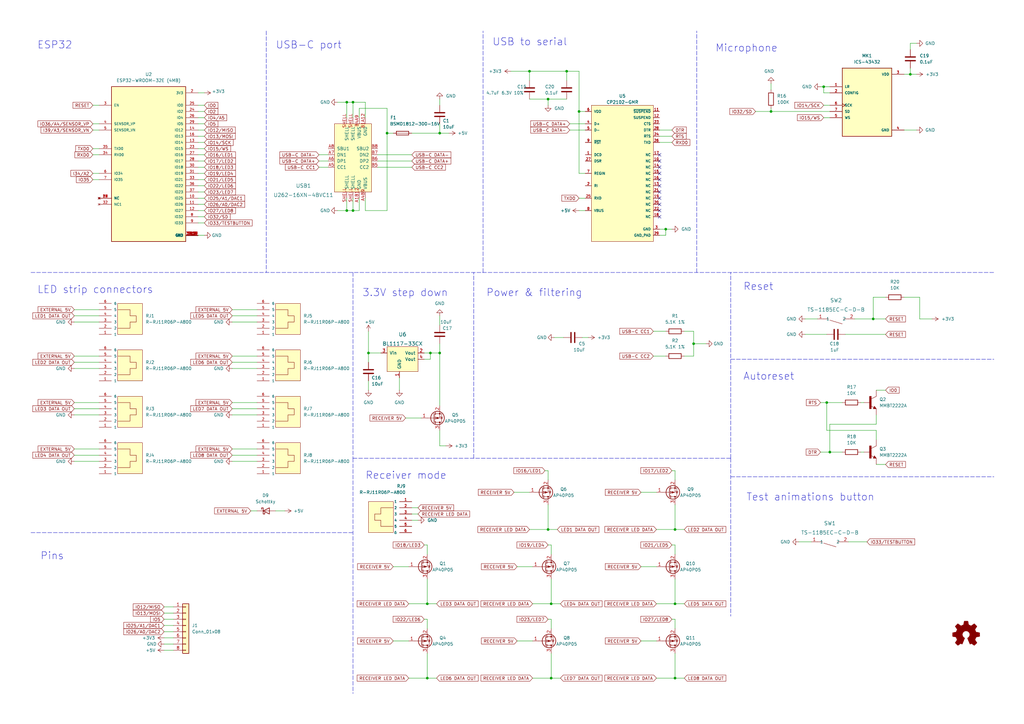
<source format=kicad_sch>
(kicad_sch (version 20211123) (generator eeschema)
  (paper "A3")
  (title_block (title "GlowCore") (company "designed by glowingkitty"))
  (junction (at 180.34 54.61))
  (junction (at 144.78 41.91))
  (junction (at 217.17 29.21))
  (junction (at 180.34 144.78))
  (junction (at 142.24 86.36))
  (junction (at 175.26 278.13))
  (junction (at 144.78 86.36))
  (junction (at 276.86 247.65))
  (junction (at 226.06 247.65))
  (junction (at 358.14 130.81))
  (junction (at 142.24 41.91))
  (junction (at 237.49 45.72))
  (junction (at 276.86 278.13))
  (junction (at 316.23 45.72))
  (junction (at 339.09 165.1))
  (junction (at 340.36 185.42))
  (junction (at 232.41 29.21))
  (junction (at 151.13 144.78))
  (junction (at 276.86 217.17))
  (junction (at 373.38 30.48))
  (junction (at 284.48 140.97))
  (junction (at 175.26 247.65))
  (junction (at 176.53 144.78))
  (junction (at 224.79 40.64))
  (junction (at 158.75 54.61))
  (junction (at 273.05 93.98))
  (junction (at 337.82 35.56))
  (junction (at 224.79 217.17))
  (junction (at 226.06 278.13))
  (no_connect (at 270.51 78.74))
  (no_connect (at 270.51 68.58))
  (no_connect (at 270.51 66.04))
  (no_connect (at 270.51 73.66))
  (no_connect (at 270.51 81.28))
  (no_connect (at 270.51 88.9))
  (no_connect (at 270.51 83.82))
  (no_connect (at 270.51 86.36))
  (no_connect (at 270.51 71.12))
  (no_connect (at 270.51 76.2))
  (no_connect (at 270.51 63.5))
  (wire (pts (xy 151.13 156.21) (xy 151.13 160.02)))
  (wire (pts (xy 316.23 45.72) (xy 340.36 45.72)))
  (wire (pts (xy 237.49 86.36) (xy 240.03 86.36)))
  (wire (pts (xy 336.55 185.42) (xy 340.36 185.42)))
  (wire (pts (xy 175.26 247.65) (xy 179.07 247.65)))
  (wire (pts (xy 275.59 223.52) (xy 276.86 223.52)))
  (wire (pts (xy 173.99 223.52) (xy 175.26 223.52)))
  (wire (pts (xy 370.84 121.92) (xy 377.19 121.92)))
  (wire (pts (xy 83.82 60.96) (xy 81.28 60.96)))
  (wire (pts (xy 30.48 132.08) (xy 40.64 132.08)))
  (wire (pts (xy 83.82 55.88) (xy 81.28 55.88)))
  (wire (pts (xy 163.83 154.94) (xy 163.83 160.02)))
  (wire (pts (xy 180.34 144.78) (xy 180.34 140.97)))
  (wire (pts (xy 226.06 247.65) (xy 229.87 247.65)))
  (wire (pts (xy 142.24 41.91) (xy 142.24 48.26)))
  (wire (pts (xy 180.34 182.88) (xy 182.88 182.88)))
  (wire (pts (xy 359.41 180.34) (xy 359.41 176.53)))
  (wire (pts (xy 309.88 45.72) (xy 316.23 45.72)))
  (wire (pts (xy 95.25 151.13) (xy 105.41 151.13)))
  (wire (pts (xy 83.82 86.36) (xy 81.28 86.36)))
  (wire (pts (xy 154.94 66.04) (xy 168.91 66.04)))
  (wire (pts (xy 270.51 93.98) (xy 273.05 93.98)))
  (wire (pts (xy 83.82 73.66) (xy 81.28 73.66)))
  (wire (pts (xy 276.86 223.52) (xy 276.86 227.33)))
  (wire (pts (xy 337.82 43.18) (xy 340.36 43.18)))
  (polyline (pts (xy 285.75 111.76) (xy 285.75 12.7)))
  (wire (pts (xy 38.1 73.66) (xy 40.64 73.66)))
  (wire (pts (xy 353.06 185.42) (xy 354.33 185.42)))
  (polyline (pts (xy 144.78 187.96) (xy 144.78 284.48)))
  (wire (pts (xy 154.94 63.5) (xy 168.91 63.5)))
  (wire (pts (xy 83.82 38.1) (xy 81.28 38.1)))
  (wire (pts (xy 154.94 68.58) (xy 168.91 68.58)))
  (wire (pts (xy 151.13 148.59) (xy 151.13 144.78)))
  (wire (pts (xy 175.26 267.97) (xy 175.26 278.13)))
  (wire (pts (xy 327.66 222.25) (xy 332.74 222.25)))
  (wire (pts (xy 138.43 41.91) (xy 142.24 41.91)))
  (wire (pts (xy 173.99 144.78) (xy 176.53 144.78)))
  (polyline (pts (xy 198.12 111.76) (xy 198.12 12.7)))
  (wire (pts (xy 95.25 170.18) (xy 105.41 170.18)))
  (wire (pts (xy 269.24 247.65) (xy 276.86 247.65)))
  (wire (pts (xy 30.48 146.05) (xy 40.64 146.05)))
  (wire (pts (xy 273.05 96.52) (xy 273.05 93.98)))
  (wire (pts (xy 226.06 223.52) (xy 226.06 227.33)))
  (wire (pts (xy 144.78 86.36) (xy 142.24 86.36)))
  (wire (pts (xy 158.75 54.61) (xy 158.75 86.36)))
  (wire (pts (xy 233.68 50.8) (xy 240.03 50.8)))
  (wire (pts (xy 370.84 30.48) (xy 373.38 30.48)))
  (wire (pts (xy 38.1 71.12) (xy 40.64 71.12)))
  (wire (pts (xy 30.48 189.23) (xy 40.64 189.23)))
  (wire (pts (xy 270.51 58.42) (xy 275.59 58.42)))
  (wire (pts (xy 330.2 130.81) (xy 335.28 130.81)))
  (wire (pts (xy 176.53 144.78) (xy 180.34 144.78)))
  (wire (pts (xy 340.36 173.99) (xy 340.36 185.42)))
  (wire (pts (xy 151.13 144.78) (xy 156.21 144.78)))
  (wire (pts (xy 38.1 53.34) (xy 40.64 53.34)))
  (wire (pts (xy 158.75 54.61) (xy 161.29 54.61)))
  (wire (pts (xy 373.38 20.32) (xy 373.38 17.78)))
  (wire (pts (xy 113.03 209.55) (xy 116.84 209.55)))
  (wire (pts (xy 346.71 137.16) (xy 363.22 137.16)))
  (wire (pts (xy 347.98 222.25) (xy 355.6 222.25)))
  (wire (pts (xy 359.41 170.18) (xy 359.41 173.99)))
  (wire (pts (xy 270.51 96.52) (xy 273.05 96.52)))
  (wire (pts (xy 373.38 17.78) (xy 375.92 17.78)))
  (wire (pts (xy 38.1 60.96) (xy 40.64 60.96)))
  (wire (pts (xy 30.48 170.18) (xy 40.64 170.18)))
  (wire (pts (xy 38.1 43.18) (xy 40.64 43.18)))
  (wire (pts (xy 95.25 129.54) (xy 105.41 129.54)))
  (wire (pts (xy 226.06 278.13) (xy 229.87 278.13)))
  (wire (pts (xy 330.2 137.16) (xy 339.09 137.16)))
  (wire (pts (xy 232.41 29.21) (xy 237.49 29.21)))
  (wire (pts (xy 212.09 232.41) (xy 218.44 232.41)))
  (wire (pts (xy 180.34 40.64) (xy 180.34 43.18)))
  (wire (pts (xy 83.82 66.04) (xy 81.28 66.04)))
  (wire (pts (xy 359.41 176.53) (xy 339.09 176.53)))
  (wire (pts (xy 373.38 27.94) (xy 373.38 30.48)))
  (wire (pts (xy 30.48 184.15) (xy 40.64 184.15)))
  (wire (pts (xy 83.82 78.74) (xy 81.28 78.74)))
  (wire (pts (xy 339.09 165.1) (xy 345.44 165.1)))
  (wire (pts (xy 95.25 148.59) (xy 105.41 148.59)))
  (wire (pts (xy 83.82 81.28) (xy 81.28 81.28)))
  (wire (pts (xy 226.06 267.97) (xy 226.06 278.13)))
  (wire (pts (xy 270.51 53.34) (xy 275.59 53.34)))
  (wire (pts (xy 167.64 278.13) (xy 175.26 278.13)))
  (wire (pts (xy 262.89 232.41) (xy 269.24 232.41)))
  (wire (pts (xy 358.14 121.92) (xy 358.14 130.81)))
  (wire (pts (xy 83.82 50.8) (xy 81.28 50.8)))
  (wire (pts (xy 95.25 189.23) (xy 105.41 189.23)))
  (wire (pts (xy 267.97 135.89) (xy 273.05 135.89)))
  (wire (pts (xy 67.31 251.46) (xy 71.12 251.46)))
  (wire (pts (xy 171.45 210.82) (xy 168.91 210.82)))
  (wire (pts (xy 280.67 135.89) (xy 284.48 135.89)))
  (wire (pts (xy 171.45 213.36) (xy 168.91 213.36)))
  (wire (pts (xy 224.79 223.52) (xy 226.06 223.52)))
  (wire (pts (xy 161.29 232.41) (xy 167.64 232.41)))
  (wire (pts (xy 149.86 86.36) (xy 158.75 86.36)))
  (wire (pts (xy 336.55 165.1) (xy 339.09 165.1)))
  (wire (pts (xy 83.82 76.2) (xy 81.28 76.2)))
  (wire (pts (xy 340.36 185.42) (xy 345.44 185.42)))
  (wire (pts (xy 83.82 88.9) (xy 81.28 88.9)))
  (wire (pts (xy 180.34 176.53) (xy 180.34 182.88)))
  (wire (pts (xy 180.34 50.8) (xy 180.34 54.61)))
  (wire (pts (xy 224.79 193.04) (xy 224.79 196.85)))
  (wire (pts (xy 147.32 44.45) (xy 158.75 44.45)))
  (wire (pts (xy 158.75 44.45) (xy 158.75 54.61)))
  (wire (pts (xy 276.86 278.13) (xy 280.67 278.13)))
  (wire (pts (xy 83.82 91.44) (xy 81.28 91.44)))
  (wire (pts (xy 269.24 278.13) (xy 276.86 278.13)))
  (wire (pts (xy 83.82 43.18) (xy 81.28 43.18)))
  (wire (pts (xy 147.32 86.36) (xy 144.78 86.36)))
  (wire (pts (xy 262.89 201.93) (xy 269.24 201.93)))
  (wire (pts (xy 30.48 127) (xy 40.64 127)))
  (wire (pts (xy 210.82 201.93) (xy 217.17 201.93)))
  (wire (pts (xy 161.29 262.89) (xy 167.64 262.89)))
  (wire (pts (xy 30.48 165.1) (xy 40.64 165.1)))
  (wire (pts (xy 237.49 29.21) (xy 237.49 45.72)))
  (wire (pts (xy 276.86 217.17) (xy 280.67 217.17)))
  (wire (pts (xy 67.31 256.54) (xy 71.12 256.54)))
  (wire (pts (xy 280.67 146.05) (xy 284.48 146.05)))
  (wire (pts (xy 30.48 151.13) (xy 40.64 151.13)))
  (wire (pts (xy 337.82 38.1) (xy 337.82 35.56)))
  (wire (pts (xy 38.1 63.5) (xy 40.64 63.5)))
  (wire (pts (xy 224.79 254) (xy 226.06 254)))
  (wire (pts (xy 83.82 71.12) (xy 81.28 71.12)))
  (wire (pts (xy 144.78 48.26) (xy 144.78 41.91)))
  (wire (pts (xy 171.45 208.28) (xy 168.91 208.28)))
  (wire (pts (xy 180.34 133.35) (xy 180.34 129.54)))
  (polyline (pts (xy 12.7 218.44) (xy 144.78 218.44)))
  (wire (pts (xy 149.86 81.28) (xy 149.86 86.36)))
  (wire (pts (xy 267.97 146.05) (xy 273.05 146.05)))
  (wire (pts (xy 95.25 167.64) (xy 105.41 167.64)))
  (wire (pts (xy 147.32 48.26) (xy 147.32 44.45)))
  (wire (pts (xy 217.17 40.64) (xy 224.79 40.64)))
  (wire (pts (xy 377.19 130.81) (xy 382.27 130.81)))
  (wire (pts (xy 316.23 34.29) (xy 316.23 36.83)))
  (wire (pts (xy 276.86 254) (xy 276.86 257.81)))
  (wire (pts (xy 240.03 71.12) (xy 237.49 71.12)))
  (wire (pts (xy 67.31 264.16) (xy 71.12 264.16)))
  (wire (pts (xy 217.17 217.17) (xy 224.79 217.17)))
  (polyline (pts (xy 144.78 187.96) (xy 299.72 187.96)))
  (polyline (pts (xy 144.78 111.76) (xy 144.78 187.96)))
  (wire (pts (xy 168.91 54.61) (xy 180.34 54.61)))
  (wire (pts (xy 269.24 217.17) (xy 276.86 217.17)))
  (wire (pts (xy 340.36 173.99) (xy 359.41 173.99)))
  (wire (pts (xy 83.82 53.34) (xy 81.28 53.34)))
  (wire (pts (xy 218.44 247.65) (xy 226.06 247.65)))
  (wire (pts (xy 83.82 45.72) (xy 81.28 45.72)))
  (wire (pts (xy 95.25 186.69) (xy 105.41 186.69)))
  (wire (pts (xy 231.14 138.43) (xy 227.33 138.43)))
  (wire (pts (xy 67.31 266.7) (xy 71.12 266.7)))
  (wire (pts (xy 276.86 247.65) (xy 280.67 247.65)))
  (wire (pts (xy 142.24 86.36) (xy 138.43 86.36)))
  (polyline (pts (xy 299.72 187.96) (xy 299.72 111.76)))
  (wire (pts (xy 144.78 81.28) (xy 144.78 86.36)))
  (wire (pts (xy 67.31 261.62) (xy 71.12 261.62)))
  (wire (pts (xy 134.62 68.58) (xy 130.81 68.58)))
  (wire (pts (xy 217.17 29.21) (xy 217.17 33.02)))
  (wire (pts (xy 275.59 193.04) (xy 276.86 193.04)))
  (wire (pts (xy 226.06 254) (xy 226.06 257.81)))
  (wire (pts (xy 130.81 66.04) (xy 134.62 66.04)))
  (wire (pts (xy 95.25 165.1) (xy 105.41 165.1)))
  (wire (pts (xy 224.79 207.01) (xy 224.79 217.17)))
  (wire (pts (xy 67.31 248.92) (xy 71.12 248.92)))
  (wire (pts (xy 350.52 130.81) (xy 358.14 130.81)))
  (wire (pts (xy 144.78 41.91) (xy 142.24 41.91)))
  (wire (pts (xy 237.49 71.12) (xy 237.49 45.72)))
  (wire (pts (xy 363.22 160.02) (xy 359.41 160.02)))
  (wire (pts (xy 102.87 209.55) (xy 105.41 209.55)))
  (wire (pts (xy 30.48 186.69) (xy 40.64 186.69)))
  (wire (pts (xy 336.55 35.56) (xy 337.82 35.56)))
  (wire (pts (xy 337.82 35.56) (xy 340.36 35.56)))
  (wire (pts (xy 339.09 176.53) (xy 339.09 165.1)))
  (wire (pts (xy 30.48 148.59) (xy 40.64 148.59)))
  (wire (pts (xy 30.48 167.64) (xy 40.64 167.64)))
  (polyline (pts (xy 194.31 187.96) (xy 194.31 111.76)))
  (wire (pts (xy 130.81 63.5) (xy 134.62 63.5)))
  (wire (pts (xy 218.44 278.13) (xy 226.06 278.13)))
  (wire (pts (xy 149.86 48.26) (xy 149.86 41.91)))
  (wire (pts (xy 237.49 81.28) (xy 240.03 81.28)))
  (wire (pts (xy 276.86 267.97) (xy 276.86 278.13)))
  (wire (pts (xy 273.05 93.98) (xy 275.59 93.98)))
  (wire (pts (xy 142.24 81.28) (xy 142.24 86.36)))
  (wire (pts (xy 95.25 184.15) (xy 105.41 184.15)))
  (wire (pts (xy 377.19 121.92) (xy 377.19 130.81)))
  (wire (pts (xy 95.25 146.05) (xy 105.41 146.05)))
  (wire (pts (xy 224.79 217.17) (xy 228.6 217.17)))
  (wire (pts (xy 337.82 48.26) (xy 340.36 48.26)))
  (polyline (pts (xy 299.72 195.58) (xy 407.67 195.58)))
  (wire (pts (xy 212.09 262.89) (xy 218.44 262.89)))
  (wire (pts (xy 276.86 237.49) (xy 276.86 247.65)))
  (wire (pts (xy 363.22 121.92) (xy 358.14 121.92)))
  (wire (pts (xy 166.37 171.45) (xy 172.72 171.45)))
  (wire (pts (xy 217.17 29.21) (xy 232.41 29.21)))
  (wire (pts (xy 233.68 53.34) (xy 240.03 53.34)))
  (wire (pts (xy 83.82 68.58) (xy 81.28 68.58)))
  (wire (pts (xy 67.31 254) (xy 71.12 254)))
  (wire (pts (xy 176.53 147.32) (xy 176.53 144.78)))
  (wire (pts (xy 284.48 140.97) (xy 284.48 146.05)))
  (wire (pts (xy 358.14 130.81) (xy 363.22 130.81)))
  (wire (pts (xy 167.64 247.65) (xy 175.26 247.65)))
  (wire (pts (xy 83.82 63.5) (xy 81.28 63.5)))
  (wire (pts (xy 270.51 55.88) (xy 275.59 55.88)))
  (wire (pts (xy 30.48 129.54) (xy 40.64 129.54)))
  (wire (pts (xy 175.26 237.49) (xy 175.26 247.65)))
  (wire (pts (xy 224.79 40.64) (xy 224.79 43.18)))
  (wire (pts (xy 173.99 254) (xy 175.26 254)))
  (wire (pts (xy 209.55 29.21) (xy 217.17 29.21)))
  (wire (pts (xy 284.48 140.97) (xy 289.56 140.97)))
  (wire (pts (xy 83.82 48.26) (xy 81.28 48.26)))
  (wire (pts (xy 67.31 259.08) (xy 71.12 259.08)))
  (wire (pts (xy 373.38 30.48) (xy 375.92 30.48)))
  (wire (pts (xy 95.25 127) (xy 105.41 127)))
  (wire (pts (xy 226.06 237.49) (xy 226.06 247.65)))
  (wire (pts (xy 276.86 193.04) (xy 276.86 196.85)))
  (wire (pts (xy 83.82 83.82) (xy 81.28 83.82)))
  (polyline (pts (xy 109.22 12.7) (xy 109.22 111.76)))
  (wire (pts (xy 175.26 278.13) (xy 179.07 278.13)))
  (wire (pts (xy 151.13 135.89) (xy 151.13 144.78)))
  (wire (pts (xy 83.82 58.42) (xy 81.28 58.42)))
  (wire (pts (xy 175.26 223.52) (xy 175.26 227.33)))
  (wire (pts (xy 363.22 190.5) (xy 359.41 190.5)))
  (wire (pts (xy 232.41 29.21) (xy 232.41 33.02)))
  (wire (pts (xy 276.86 207.01) (xy 276.86 217.17)))
  (wire (pts (xy 262.89 262.89) (xy 269.24 262.89)))
  (wire (pts (xy 340.36 38.1) (xy 337.82 38.1)))
  (wire (pts (xy 224.79 40.64) (xy 232.41 40.64)))
  (polyline (pts (xy 299.72 147.32) (xy 407.67 147.32)))
  (wire (pts (xy 180.34 54.61) (xy 184.15 54.61)))
  (wire (pts (xy 275.59 254) (xy 276.86 254)))
  (wire (pts (xy 149.86 41.91) (xy 144.78 41.91)))
  (wire (pts (xy 38.1 50.8) (xy 40.64 50.8)))
  (wire (pts (xy 180.34 144.78) (xy 180.34 166.37)))
  (wire (pts (xy 316.23 44.45) (xy 316.23 45.72)))
  (wire (pts (xy 147.32 81.28) (xy 147.32 86.36)))
  (wire (pts (xy 223.52 193.04) (xy 224.79 193.04)))
  (wire (pts (xy 173.99 147.32) (xy 176.53 147.32)))
  (wire (pts (xy 284.48 135.89) (xy 284.48 140.97)))
  (polyline (pts (xy 299.72 187.96) (xy 299.72 252.73)))
  (wire (pts (xy 237.49 45.72) (xy 240.03 45.72)))
  (wire (pts (xy 175.26 254) (xy 175.26 257.81)))
  (wire (pts (xy 370.84 53.34) (xy 375.92 53.34)))
  (polyline (pts (xy 12.7 111.76) (xy 407.67 111.76)))
  (wire (pts (xy 83.82 96.52) (xy 81.28 96.52)))
  (wire (pts (xy 353.06 165.1) (xy 354.33 165.1)))
  (wire (pts (xy 241.3 138.43) (xy 238.76 138.43)))
  (wire (pts (xy 95.25 132.08) (xy 105.41 132.08)))
  (text "Reset" (at 304.8 119.38 0) (effects (font (size 3 3)) (justify left bottom)))
  (text "Autoreset" (at 304.8 156.21 0) (effects (font (size 3 3)) (justify left bottom)))
  (text "USB-C port" (at 113.03 20.32 0) (effects (font (size 3 3)) (justify left bottom)))
  (text "Receiver mode" (at 149.86 196.85 0) (effects (font (size 3 3)) (justify left bottom)))
  (text "3.3V step down" (at 148.59 121.92 0) (effects (font (size 3 3)) (justify left bottom)))
  (text "Power & filtering" (at 199.39 121.92 0) (effects (font (size 3 3)) (justify left bottom)))
  (text "USB to serial" (at 201.93 19.05 0) (effects (font (size 3 3)) (justify left bottom)))
  (text "LED strip connectors" (at 15.24 120.6499 0) (effects (font (size 3 3)) (justify left bottom)))
  (text "Test animations button" (at 306.07 205.74 0) (effects (font (size 3 3)) (justify left bottom)))
  (text "Pins" (at 16.51 229.87 0) (effects (font (size 3 3)) (justify left bottom)))
  (text "Microphone" (at 293.37 21.59 0) (effects (font (size 3 3)) (justify left bottom)))
  (text "ESP32" (at 15.24 20.32 0) (effects (font (size 3 3)) (justify left bottom)))
  (global_label "LED6 DATA OUT" (shape input) (at 95.25 148.59 180) (property "Intersheet References" "${INTERSHEET_REFS}" (effects hide)))
  (global_label "IO14{slash}SCK" (shape input) (at 83.82 58.42 0) (property "Intersheet References" "${INTERSHEET_REFS}" (effects hide)))
  (global_label "I39{slash}A3{slash}SENSOR_VN" (shape input) (at 38.1 53.34 180) (property "Intersheet References" "${INTERSHEET_REFS}" (effects hide)))
  (global_label "RECEIVER 5V" (shape input) (at 161.29 262.89 180) (property "Intersheet References" "${INTERSHEET_REFS}" (effects hide)))
  (global_label "IO32{slash}SD" (shape input) (at 309.88 45.72 180) (property "Intersheet References" "${INTERSHEET_REFS}" (effects hide)))
  (global_label "IO21{slash}LED5" (shape input) (at 275.59 223.52 180) (property "Intersheet References" "${INTERSHEET_REFS}" (effects hide)))
  (global_label "USB-C DATA+" (shape input) (at 130.81 66.04 180) (property "Intersheet References" "${INTERSHEET_REFS}" (effects hide)))
  (global_label "LED5 DATA OUT" (shape input) (at 95.25 129.54 180) (property "Intersheet References" "${INTERSHEET_REFS}" (effects hide)))
  (global_label "USB-C DATA-" (shape input) (at 130.81 63.5 180) (property "Intersheet References" "${INTERSHEET_REFS}" (effects hide)))
  (global_label "RECEIVER 5V" (shape input) (at 161.29 232.41 180) (property "Intersheet References" "${INTERSHEET_REFS}" (effects hide)))
  (global_label "RECEIVER LED DATA" (shape input) (at 171.45 210.82 0) (property "Intersheet References" "${INTERSHEET_REFS}" (effects hide)))
  (global_label "IO5" (shape input) (at 67.31 254 180) (property "Intersheet References" "${INTERSHEET_REFS}" (effects hide)))
  (global_label "IO27{slash}LED8" (shape input) (at 83.82 86.36 0) (property "Intersheet References" "${INTERSHEET_REFS}" (effects hide)))
  (global_label "RESET" (shape input) (at 363.22 130.81 0) (property "Intersheet References" "${INTERSHEET_REFS}" (effects hide)))
  (global_label "EXTERNAL 5V" (shape input) (at 95.25 146.05 180) (property "Intersheet References" "${INTERSHEET_REFS}" (effects hide)))
  (global_label "IO13{slash}MOSI" (shape input) (at 67.31 251.46 180) (property "Intersheet References" "${INTERSHEET_REFS}" (effects hide)))
  (global_label "LED1 DATA OUT" (shape input) (at 228.6 217.17 0) (property "Intersheet References" "${INTERSHEET_REFS}" (effects hide)))
  (global_label "RECEIVER 5V" (shape input) (at 171.45 208.28 0) (property "Intersheet References" "${INTERSHEET_REFS}" (effects hide)))
  (global_label "RESET" (shape input) (at 38.1 43.18 180) (property "Intersheet References" "${INTERSHEET_REFS}" (effects hide)))
  (global_label "IO2" (shape input) (at 83.82 45.72 0) (property "Intersheet References" "${INTERSHEET_REFS}" (effects hide)))
  (global_label "EXTERNAL 5V" (shape input) (at 30.48 165.1 180) (property "Intersheet References" "${INTERSHEET_REFS}" (effects hide)))
  (global_label "IO14{slash}SCK" (shape input) (at 337.82 43.18 180) (property "Intersheet References" "${INTERSHEET_REFS}" (effects hide)))
  (global_label "IO35" (shape input) (at 38.1 73.66 180) (property "Intersheet References" "${INTERSHEET_REFS}" (effects hide)))
  (global_label "LED2 DATA OUT" (shape input) (at 30.48 148.59 180) (property "Intersheet References" "${INTERSHEET_REFS}" (effects hide)))
  (global_label "RECEIVER 5V" (shape input) (at 166.37 171.45 180) (property "Intersheet References" "${INTERSHEET_REFS}" (effects hide)))
  (global_label "IO15{slash}WS" (shape input) (at 337.82 48.26 180) (property "Intersheet References" "${INTERSHEET_REFS}" (effects hide)))
  (global_label "USB-C DATA+" (shape input) (at 233.68 50.8 180) (property "Intersheet References" "${INTERSHEET_REFS}" (effects hide)))
  (global_label "LED7 DATA OUT" (shape input) (at 229.87 278.13 0) (property "Intersheet References" "${INTERSHEET_REFS}" (effects hide)))
  (global_label "EXTERNAL 5V" (shape input) (at 95.25 184.15 180) (property "Intersheet References" "${INTERSHEET_REFS}" (effects hide)))
  (global_label "RECEIVER LED DATA" (shape input) (at 269.24 217.17 180) (property "Intersheet References" "${INTERSHEET_REFS}" (effects hide)))
  (global_label "EXTERNAL 5V" (shape input) (at 30.48 146.05 180) (property "Intersheet References" "${INTERSHEET_REFS}" (effects hide)))
  (global_label "RECEIVER LED DATA" (shape input) (at 217.17 217.17 180) (property "Intersheet References" "${INTERSHEET_REFS}" (effects hide)))
  (global_label "RXD0" (shape input) (at 275.59 58.42 0) (property "Intersheet References" "${INTERSHEET_REFS}" (effects hide)))
  (global_label "RECEIVER LED DATA" (shape input) (at 218.44 247.65 180) (property "Intersheet References" "${INTERSHEET_REFS}" (effects hide)))
  (global_label "IO12{slash}MISO" (shape input) (at 67.31 248.92 180) (property "Intersheet References" "${INTERSHEET_REFS}" (effects hide)))
  (global_label "RECEIVER 5V" (shape input) (at 210.82 201.93 180) (property "Intersheet References" "${INTERSHEET_REFS}" (effects hide)))
  (global_label "RESET" (shape input) (at 363.22 137.16 0) (property "Intersheet References" "${INTERSHEET_REFS}" (effects hide)))
  (global_label "IO19{slash}LED4" (shape input) (at 83.82 71.12 0) (property "Intersheet References" "${INTERSHEET_REFS}" (effects hide)))
  (global_label "IO5" (shape input) (at 83.82 50.8 0) (property "Intersheet References" "${INTERSHEET_REFS}" (effects hide)))
  (global_label "RECEIVER 5V" (shape input) (at 262.89 262.89 180) (property "Intersheet References" "${INTERSHEET_REFS}" (effects hide)))
  (global_label "IO16{slash}LED1" (shape input) (at 83.82 63.5 0) (property "Intersheet References" "${INTERSHEET_REFS}" (effects hide)))
  (global_label "RXD0" (shape input) (at 38.1 63.5 180) (property "Intersheet References" "${INTERSHEET_REFS}" (effects hide)))
  (global_label "IO21{slash}LED5" (shape input) (at 83.82 73.66 0) (property "Intersheet References" "${INTERSHEET_REFS}" (effects hide)))
  (global_label "LED8 DATA OUT" (shape input) (at 280.67 278.13 0) (property "Intersheet References" "${INTERSHEET_REFS}" (effects hide)))
  (global_label "IO0" (shape input) (at 363.22 160.02 0) (property "Intersheet References" "${INTERSHEET_REFS}" (effects hide)))
  (global_label "DTR" (shape input) (at 336.55 185.42 180) (property "Intersheet References" "${INTERSHEET_REFS}" (effects hide)))
  (global_label "IO13{slash}MOSI" (shape input) (at 83.82 55.88 0) (property "Intersheet References" "${INTERSHEET_REFS}" (effects hide)))
  (global_label "RECEIVER 5V" (shape input) (at 212.09 262.89 180) (property "Intersheet References" "${INTERSHEET_REFS}" (effects hide)))
  (global_label "RECEIVER 5V" (shape input) (at 212.09 232.41 180) (property "Intersheet References" "${INTERSHEET_REFS}" (effects hide)))
  (global_label "RECEIVER LED DATA" (shape input) (at 167.64 278.13 180) (property "Intersheet References" "${INTERSHEET_REFS}" (effects hide)))
  (global_label "I34{slash}A2" (shape input) (at 38.1 71.12 180) (property "Intersheet References" "${INTERSHEET_REFS}" (effects hide)))
  (global_label "LED4 DATA OUT" (shape input) (at 30.48 186.69 180) (property "Intersheet References" "${INTERSHEET_REFS}" (effects hide)))
  (global_label "IO0" (shape input) (at 83.82 43.18 0) (property "Intersheet References" "${INTERSHEET_REFS}" (effects hide)))
  (global_label "IO22{slash}LED6" (shape input) (at 173.99 254 180) (property "Intersheet References" "${INTERSHEET_REFS}" (effects hide)))
  (global_label "TXD0" (shape input) (at 38.1 60.96 180) (property "Intersheet References" "${INTERSHEET_REFS}" (effects hide)))
  (global_label "EXTERNAL 5V" (shape input) (at 102.87 209.55 180) (property "Intersheet References" "${INTERSHEET_REFS}" (effects hide)))
  (global_label "LED8 DATA OUT" (shape input) (at 95.25 186.69 180) (property "Intersheet References" "${INTERSHEET_REFS}" (effects hide)))
  (global_label "RECEIVER LED DATA" (shape input) (at 269.24 247.65 180) (property "Intersheet References" "${INTERSHEET_REFS}" (effects hide)))
  (global_label "LED3 DATA OUT" (shape input) (at 30.48 167.64 180) (property "Intersheet References" "${INTERSHEET_REFS}" (effects hide)))
  (global_label "IO15{slash}WS" (shape input) (at 83.82 60.96 0) (property "Intersheet References" "${INTERSHEET_REFS}" (effects hide)))
  (global_label "IO4{slash}A5" (shape input) (at 83.82 48.26 0) (property "Intersheet References" "${INTERSHEET_REFS}" (effects hide)))
  (global_label "RECEIVER 5V" (shape input) (at 262.89 201.93 180) (property "Intersheet References" "${INTERSHEET_REFS}" (effects hide)))
  (global_label "IO27{slash}LED8" (shape input) (at 275.59 254 180) (property "Intersheet References" "${INTERSHEET_REFS}" (effects hide)))
  (global_label "LED7 DATA OUT" (shape input) (at 95.25 167.64 180) (property "Intersheet References" "${INTERSHEET_REFS}" (effects hide)))
  (global_label "LED3 DATA OUT" (shape input) (at 179.07 247.65 0) (property "Intersheet References" "${INTERSHEET_REFS}" (effects hide)))
  (global_label "USB-C DATA+" (shape input) (at 168.91 66.04 0) (property "Intersheet References" "${INTERSHEET_REFS}" (effects hide)))
  (global_label "RTS" (shape input) (at 336.55 165.1 180) (property "Intersheet References" "${INTERSHEET_REFS}" (effects hide)))
  (global_label "IO17{slash}LED2" (shape input) (at 83.82 66.04 0) (property "Intersheet References" "${INTERSHEET_REFS}" (effects hide)))
  (global_label "IO19{slash}LED4" (shape input) (at 224.79 223.52 180) (property "Intersheet References" "${INTERSHEET_REFS}" (effects hide)))
  (global_label "DTR" (shape input) (at 275.59 53.34 0) (property "Intersheet References" "${INTERSHEET_REFS}" (effects hide)))
  (global_label "USB-C CC1" (shape input) (at 267.97 135.89 180) (property "Intersheet References" "${INTERSHEET_REFS}" (effects hide)))
  (global_label "IO25{slash}A1{slash}DAC1" (shape input) (at 83.82 81.28 0) (property "Intersheet References" "${INTERSHEET_REFS}" (effects hide)))
  (global_label "EXTERNAL 5V" (shape input) (at 30.48 184.15 180) (property "Intersheet References" "${INTERSHEET_REFS}" (effects hide)))
  (global_label "EXTERNAL 5V" (shape input) (at 95.25 127 180) (property "Intersheet References" "${INTERSHEET_REFS}" (effects hide)))
  (global_label "USB-C DATA-" (shape input) (at 168.91 63.5 0) (property "Intersheet References" "${INTERSHEET_REFS}" (effects hide)))
  (global_label "IO33{slash}TESTBUTTON" (shape input) (at 355.6 222.25 0) (property "Intersheet References" "${INTERSHEET_REFS}" (effects hide)))
  (global_label "USB-C DATA-" (shape input) (at 233.68 53.34 180) (property "Intersheet References" "${INTERSHEET_REFS}" (effects hide)))
  (global_label "LED5 DATA OUT" (shape input) (at 280.67 247.65 0) (property "Intersheet References" "${INTERSHEET_REFS}" (effects hide)))
  (global_label "RECEIVER LED DATA" (shape input) (at 218.44 278.13 180) (property "Intersheet References" "${INTERSHEET_REFS}" (effects hide)))
  (global_label "IO33{slash}TESTBUTTON" (shape input) (at 83.82 91.44 0) (property "Intersheet References" "${INTERSHEET_REFS}" (effects hide)))
  (global_label "IO23{slash}LED7" (shape input) (at 83.82 78.74 0) (property "Intersheet References" "${INTERSHEET_REFS}" (effects hide)))
  (global_label "USB-C CC1" (shape input) (at 130.81 68.58 180) (property "Intersheet References" "${INTERSHEET_REFS}" (effects hide)))
  (global_label "RECEIVER LED DATA" (shape input) (at 167.64 247.65 180) (property "Intersheet References" "${INTERSHEET_REFS}" (effects hide)))
  (global_label "RTS" (shape input) (at 275.59 55.88 0) (property "Intersheet References" "${INTERSHEET_REFS}" (effects hide)))
  (global_label "IO26{slash}A0{slash}DAC2" (shape input) (at 83.82 83.82 0) (property "Intersheet References" "${INTERSHEET_REFS}" (effects hide)))
  (global_label "IO32{slash}SD" (shape input) (at 83.82 88.9 0) (property "Intersheet References" "${INTERSHEET_REFS}" (effects hide)))
  (global_label "LED6 DATA OUT" (shape input) (at 179.07 278.13 0) (property "Intersheet References" "${INTERSHEET_REFS}" (effects hide)))
  (global_label "USB-C CC2" (shape input) (at 168.91 68.58 0) (property "Intersheet References" "${INTERSHEET_REFS}" (effects hide)))
  (global_label "LED4 DATA OUT" (shape input) (at 229.87 247.65 0) (property "Intersheet References" "${INTERSHEET_REFS}" (effects hide)))
  (global_label "IO26{slash}A0{slash}DAC2" (shape input) (at 67.31 259.08 180) (property "Intersheet References" "${INTERSHEET_REFS}" (effects hide)))
  (global_label "TXD0" (shape input) (at 237.49 81.28 180) (property "Intersheet References" "${INTERSHEET_REFS}" (effects hide)))
  (global_label "RESET" (shape input) (at 363.22 190.5 0) (property "Intersheet References" "${INTERSHEET_REFS}" (effects hide)))
  (global_label "IO18{slash}LED3" (shape input) (at 173.99 223.52 180) (property "Intersheet References" "${INTERSHEET_REFS}" (effects hide)))
  (global_label "LED2 DATA OUT" (shape input) (at 280.67 217.17 0) (property "Intersheet References" "${INTERSHEET_REFS}" (effects hide)))
  (global_label "IO16{slash}LED1" (shape input) (at 223.52 193.04 180) (property "Intersheet References" "${INTERSHEET_REFS}" (effects hide)))
  (global_label "IO12{slash}MISO" (shape input) (at 83.82 53.34 0) (property "Intersheet References" "${INTERSHEET_REFS}" (effects hide)))
  (global_label "IO22{slash}LED6" (shape input) (at 83.82 76.2 0) (property "Intersheet References" "${INTERSHEET_REFS}" (effects hide)))
  (global_label "IO18{slash}LED3" (shape input) (at 83.82 68.58 0) (property "Intersheet References" "${INTERSHEET_REFS}" (effects hide)))
  (global_label "IO23{slash}LED7" (shape input) (at 224.79 254 180) (property "Intersheet References" "${INTERSHEET_REFS}" (effects hide)))
  (global_label "EXTERNAL 5V" (shape input) (at 95.25 165.1 180) (property "Intersheet References" "${INTERSHEET_REFS}" (effects hide)))
  (global_label "RECEIVER LED DATA" (shape input) (at 269.24 278.13 180) (property "Intersheet References" "${INTERSHEET_REFS}" (effects hide)))
  (global_label "RECEIVER 5V" (shape input) (at 262.89 232.41 180) (property "Intersheet References" "${INTERSHEET_REFS}" (effects hide)))
  (global_label "IO36{slash}A4{slash}SENSOR_VP" (shape input) (at 38.1 50.8 180) (property "Intersheet References" "${INTERSHEET_REFS}" (effects hide)))
  (global_label "EXTERNAL 5V" (shape input) (at 30.48 127 180) (property "Intersheet References" "${INTERSHEET_REFS}" (effects hide)))
  (global_label "IO25{slash}A1{slash}DAC1" (shape input) (at 67.31 256.54 180) (property "Intersheet References" "${INTERSHEET_REFS}" (effects hide)))
  (global_label "USB-C CC2" (shape input) (at 267.97 146.05 180) (property "Intersheet References" "${INTERSHEET_REFS}" (effects hide)))
  (global_label "IO17{slash}LED2" (shape input) (at 275.59 193.04 180) (property "Intersheet References" "${INTERSHEET_REFS}" (effects hide)))
  (global_label "LED1 DATA OUT" (shape input) (at 30.48 129.54 180) (property "Intersheet References" "${INTERSHEET_REFS}" (effects hide)))
  (symbol (lib_id "R-RJ11R06P-A800:PCB-6P6C-90") (at 38.1 157.48 270) (unit 1)
    (property "Reference" "RJ3" (at 59.69 167.6399 90) (effects (justify left)))
    (property "Value" "R-RJ11R06P-A800" (at 59.69 170.1799 90) (effects (justify left)))
    (property "Footprint" "R-RJ11R06P-A800:R-RJ11R06P-A800" (effects hide))
    (property "Datasheet" "https://datasheet.lcsc.com/lcsc/1811141141_Ckmtw-Shenzhen-Cankemeng-R-RJ11R06P-A800_C189750.pdf" (effects hide))
  )
  (symbol (lib_id "TS-1185EC-C-D-B:TS-1185EC-C-D-B") (at 342.9 130.81 0) (unit 1)
    (property "Reference" "SW2" (at 342.9 123.19 0) (effects (font (size 1.524 1.524))))
    (property "Value" "TS-1185EC-C-D-B" (at 342.9 127 0) (effects (font (size 1.524 1.524))))
    (property "Footprint" "TS-1185EC-C-D-B:TS-1185EC-C-D-B" (effects hide))
    (property "Datasheet" "https://datasheet.lcsc.com/lcsc/2110151630_XKB-Connectivity-TS-1185EC-C-D-B_C318893.pdf" (effects hide))
    (property "Manufacturer" " XKB Connectivity" (effects hide))
    (property "Mfr. Part #" "TS-1185EC-C-D-B" (effects hide))
    (property "Package" "SMD" (effects hide))
    (property "Description" "No NO 50mA 3.65mm 100mΩ 100000 260gf 12V -30℃~+85℃ 3mm 2mm Black Round Button Brick nogging SPST SMD Tactile Switches ROHS" (effects hide))
    (property "10+" "€ 0.0273" (effects hide))
    (property "100+" "€ 0.0222" (effects hide))
    (property "LCSC Part #" "C318893" (effects hide))
  )
  (symbol (lib_id "ESP32-WROOM-32E__16MB_:ESP32-WROOM-32E (4MB)") (at 60.96 68.58 0) (unit 1)
    (property "Reference" "U2" (at 60.96 30.48 0))
    (property "Value" "ESP32-WROOM-32E (4MB)" (at 60.96 33.02 0))
    (property "Footprint" "ESP32-WROOM-32E__16MB_:MODULE_ESP32-WROOM-32E_(16MB)" (effects hide))
    (property "Datasheet" "https://www.espressif.com/sites/default/files/documentation/esp32-wroom-32e_esp32-wroom-32ue_datasheet_en.pdf" (effects hide))
    (property "MANUFACTURER" "Espressif Systems" (effects hide))
    (property "MAXIMUM_PACKAGE_HEIGHT" "3.25mm" (effects hide))
    (property "Manufacturer" " Espressif Systems" (effects hide))
    (property "Mfr. Part #" "ESP32-WROOM-32E(4MB)" (effects hide))
    (property "LCSC Part #" "C701341" (effects hide))
    (property "Package" "SMD38,18x25.5x3.1" (effects hide))
    (property "Description" "SMD38,18x25.5x3.1 WiFi Modules ROHS" (effects hide))
    (property "1+" "€4.8947" (effects hide))
    (property "10+" "€4.0699" (effects hide))
    (property "30+" "€3.4708" (effects hide))
    (property "LCSC link" "https://lcsc.com/product-detail/WiFi-Modules_Espressif-Systems-ESP32-WROOM-32E-4MB_C701341.html" (effects hide))
  )
  (symbol (lib_id "Graphic:Logo_Open_Hardware_Small") (at 396.24 260.35 0) (unit 1)
    (property "Reference" "#LOGO1" (effects hide))
    (property "Value" "Logo_Open_Hardware_Small" (effects hide))
    (property "Footprint" "Symbol:OSHW-Symbol_6.7x6mm_SilkScreen" (effects hide))
  )
  (symbol (lib_id "power:+5V") (at 184.15 54.61 270) (unit 1)
    (property "Reference" "#PWR0103" (effects hide))
    (property "Value" "+5V" (at 191.77 54.61 90) (effects (justify right)))
  )
  (symbol (lib_id "R-RJ11R06P-A800:PCB-6P6C-90") (at 102.87 119.38 270) (unit 1)
    (property "Reference" "RJ5" (at 124.46 129.5399 90) (effects (justify left)))
    (property "Value" "R-RJ11R06P-A800" (at 124.46 132.0799 90) (effects (justify left)))
    (property "Footprint" "R-RJ11R06P-A800:R-RJ11R06P-A800" (effects hide))
    (property "Datasheet" "https://datasheet.lcsc.com/lcsc/1811141141_Ckmtw-Shenzhen-Cankemeng-R-RJ11R06P-A800_C189750.pdf" (effects hide))
  )
  (symbol (lib_id "U262-161N-4BVC11:U262-16XN-4BVC11") (at 144.78 66.04 90) (unit 1)
    (property "Reference" "USB1" (at 124.46 76.2 90) (effects (font (size 1.524 1.524))))
    (property "Value" "U262-16XN-4BVC11" (at 124.46 80.01 90) (effects (font (size 1.524 1.524))))
    (property "Footprint" "U262-161N-4BVC11:USB-3.1-SMD_U262-161N-4BVC11" (effects hide))
    (property "Datasheet" "https://lcsc.com/product-detail/USB-Connectors_XKB-Enterprise-U262-16XN-4BVC11_C319148.html" (effects hide))
    (property "Manufacturer" "XKB Connectivity" (effects hide))
    (property "Mfr. Part #" "U262-161N-4BVC11" (effects hide))
    (property "LCSC Part #" "C319148" (effects hide))
    (property "Package" "SMD" (effects hide))
    (property "Description" " 1 16 Female Type-C SMD USB Connectors ROHS" (effects hide))
    (property "1+" "€0.378" (effects hide))
    (property "10+" "€0.3079" (effects hide))
    (property "LCSC link" "https://lcsc.com/product-detail/span-style-background-color-ff0-USB-span-Connectors_XKB-Connectivity-U262-161N-4BVC11_C319148.html" (effects hide))
  )
  (symbol (lib_id "power:+3.3V") (at 209.55 29.21 90) (unit 1)
    (property "Reference" "#PWR0129" (effects hide))
    (property "Value" "+3.3V" (at 205.74 29.2101 90) (effects (justify left)))
  )
  (symbol (lib_id "power:GND") (at 30.48 170.18 270) (mirror x) (unit 1)
    (property "Reference" "#PWR0111" (effects hide))
    (property "Value" "GND" (at 22.86 170.18 90) (effects (justify left)))
  )
  (symbol (lib_id "power:+5V") (at 116.84 209.55 270) (unit 1)
    (property "Reference" "#PWR0110" (effects hide))
    (property "Value" "+5V" (at 124.46 209.55 90) (effects (justify right)))
  )
  (symbol (lib_id "Device:10uF 0603") (at 151.13 152.4 180) (unit 1)
    (property "Reference" "C16" (at 152.4 154.94 0) (effects (justify right)))
    (property "Value" "10uF" (at 152.4 157.48 0) (effects (justify right)))
    (property "Footprint" "Capacitor_SMD:C_0603_1608Metric_Pad1.08x0.95mm_HandSolder" (effects hide))
    (property "Datasheet" "https://datasheet.lcsc.com/lcsc/2010151208_SANYEAR-C0603X5R106K250NT_C729457.pdf" (effects hide))
    (property "Manufacturer" "SANYEAR" (effects hide))
    (property "LCSC Part #" "C729457" (effects hide))
    (property "Package" "0603" (effects hide))
    (property "Description" "25V 10uF ±10% 0603 Multilayer Ceramic Capacitors MLCC - SMD/SMT ROHS" (effects hide))
    (property "20+" "€0.0301" (effects hide))
    (property "200+" "€0.0246" (effects hide))
    (property "600+" "€0.0208" (effects hide))
    (property "LCSC link" "https://lcsc.com/product-detail/Multilayer-Ceramic-Capacitors-MLCC-SMD-SMT_SANYEAR-C0603X5R106K250NT_C729457.html" (effects hide))
    (property "Mfr. Part #" "C0603X5R106K250NT" (effects hide))
    (property "10+" "€0.0665" (effects hide))
    (property "100+" "€0.0537" (effects hide))
    (property "300+" "€0.0445" (effects hide))
  )
  (symbol (lib_id "power:GND") (at 95.25 170.18 270) (mirror x) (unit 1)
    (property "Reference" "#PWR0122" (effects hide))
    (property "Value" "GND" (at 87.63 170.18 90) (effects (justify left)))
  )
  (symbol (lib_id "power:GND") (at 330.2 137.16 270) (mirror x) (unit 1)
    (property "Reference" "#PWR0104" (effects hide))
    (property "Value" "GND" (at 322.58 137.16 90) (effects (justify left)))
  )
  (symbol (lib_id "BL1117-33CX:BL1117-33CX") (at 165.1 149.86 0) (unit 1)
    (property "Reference" "U6" (at 165.1 137.16 0) (effects (font (size 1.524 1.524))))
    (property "Value" "BL1117-33CX" (at 165.1 140.97 0) (effects (font (size 1.524 1.524))))
    (property "Footprint" "Package_TO_SOT_SMD:SOT-223" (effects hide))
    (property "Datasheet" "https://datasheet.lcsc.com/lcsc/1811021608_BL-Shanghai-Belling-BL1117-33CX_C5400.pdf" (effects hide))
    (property "Manufacturer" " BL(Shanghai Belling)" (effects hide))
    (property "Mfr. Part #" "BL1117-33CX" (effects hide))
    (property "LCSC Part #" "C5400" (effects hide))
    (property "Package" "SOT-223" (effects hide))
    (property "Description" "1A 60dB@(120Hz) 1.5V@(1A) Fixed 3.3V~3.3V Positive 1 12V SOT-223 Linear Voltage Regulators (LDO) ROHS" (effects hide))
    (property "5+" "€0.1031" (effects hide))
    (property "50+" "€0.085" (effects hide))
    (property "150+" "€0.0719" (effects hide))
    (property "LCSC link" "https://lcsc.com/product-detail/Linear-Voltage-Regulators-LDO_BL-Shanghai-Belling-BL1117-33CX_C5400.html" (effects hide))
  )
  (symbol (lib_id "power:GND") (at 275.59 93.98 90) (unit 1)
    (property "Reference" "#PWR0128" (effects hide))
    (property "Value" "GND" (at 279.4 93.98 90) (effects (justify right)))
  )
  (symbol (lib_id "power:GND") (at 67.31 264.16 270) (unit 1)
    (property "Reference" "#PWR0115" (effects hide))
    (property "Value" "GND" (at 62.23 264.16 90))
  )
  (symbol (lib_id "Device:C") (at 217.17 36.83 180) (unit 1)
    (property "Reference" "C15" (at 212.09 35.56 0) (effects (justify right)))
    (property "Value" "4.7uF 6.3V 10%" (at 199.39 38.1 0) (effects (justify right)))
    (property "Footprint" "Capacitor_SMD:C_0603_1608Metric_Pad1.08x0.95mm_HandSolder" (effects hide))
  )
  (symbol (lib_id "R-RJ11R06P-A800:PCB-6P6C-90") (at 102.87 176.53 270) (unit 1)
    (property "Reference" "RJ8" (at 124.46 186.6899 90) (effects (justify left)))
    (property "Value" "R-RJ11R06P-A800" (at 124.46 189.2299 90) (effects (justify left)))
    (property "Footprint" "R-RJ11R06P-A800:R-RJ11R06P-A800" (effects hide))
    (property "Datasheet" "https://datasheet.lcsc.com/lcsc/1811141141_Ckmtw-Shenzhen-Cankemeng-R-RJ11R06P-A800_C189750.pdf" (effects hide))
  )
  (symbol (lib_id "Device:D_Schottky") (at 109.22 209.55 0) (unit 1)
    (property "Reference" "D9" (at 108.9025 203.2 0))
    (property "Value" "Schottky" (at 108.9025 205.74 0))
    (property "Footprint" "Diode_SMD:D_SOD-123" (effects hide))
  )
  (symbol (lib_id "power:GND") (at 95.25 132.08 270) (mirror x) (unit 1)
    (property "Reference" "#PWR0119" (effects hide))
    (property "Value" "GND" (at 87.63 132.08 90) (effects (justify left)))
  )
  (symbol (lib_id "Device:5.1K 1% 0603") (at 276.86 135.89 270) (unit 1)
    (property "Reference" "R1" (at 276.86 129.54 90))
    (property "Value" "5.1K 1%" (at 276.86 132.08 90))
    (property "Footprint" "Resistor_SMD:R_0603_1608Metric_Pad0.98x0.95mm_HandSolder" (effects hide))
    (property "Datasheet" "https://datasheet.lcsc.com/lcsc/1912111437_Resistor-Today-HPCR0603F5K10K9_C365193.pdf" (effects hide))
    (property "Manufacturer" " Resistor.Today" (effects hide))
    (property "Mfr. Part #" "HPCR0603F5K10K9" (effects hide))
    (property "LCSC Part #" "C365193" (effects hide))
    (property "Package" "0603" (effects hide))
    (property "Description" " ±1% 200mW Thick Film Resistors 50V ±100ppm/℃ -55℃~+125℃ 5.1kΩ 0603 Chip Resistor - Surface Mount ROHS" (effects hide))
    (property "50+" "€ 0.0090" (effects hide))
    (property "500+" "€ 0.0075" (effects hide))
    (property "LCSC link" "https://lcsc.com/product-detail/Chip-Resistor-Surface-Mount_Resistor-Today-HPCR0603F5K10K9_C365193.html" (effects hide))
  )
  (symbol (lib_id "Transistor_FET:SK338P") (at 172.72 232.41 0) (mirror x) (unit 1)
    (property "Reference" "Q1" (at 181.61 231.14 0))
    (property "Value" "AP40P05" (at 181.61 233.68 0))
    (property "Footprint" "Package_TO_SOT_SMD:SOT-23" (effects hide))
    (property "Datasheet" "https://datasheet.lcsc.com/lcsc/2001131004_Shikues-SK338P_C475695.pdf" (effects hide))
    (property "Manufacturer" "Shikues" (effects hide))
    (property "Package" "SOT-23" (effects hide))
    (property "Description" "20V 3A 120mΩ@4.5V,3A 1V@250μA P Channel SOT-23 MOSFETs ROHS" (effects hide))
    (property "10+" "€ 0.0412" (effects hide))
    (property "100+" "€ 0.0342" (effects hide))
    (property "300+" "€ 0.0292" (effects hide))
    (property "LCSC" "https://lcsc.com/product-detail/MOSFETs_Shikues-SK338P_C475695.html" (effects hide))
    (property "LCSC Part #" "C475695" (effects hide))
    (property "Mfr. Part #" "SK338P" (effects hide))
  )
  (symbol (lib_id "TS-1185EC-C-D-B:TS-1185EC-C-D-B") (at 340.36 222.25 0) (unit 1)
    (property "Reference" "SW1" (at 340.36 214.63 0) (effects (font (size 1.524 1.524))))
    (property "Value" "TS-1185EC-C-D-B" (at 340.36 218.44 0) (effects (font (size 1.524 1.524))))
    (property "Footprint" "TS-1185EC-C-D-B:TS-1185EC-C-D-B" (effects hide))
    (property "Datasheet" "https://datasheet.lcsc.com/lcsc/2110151630_XKB-Connectivity-TS-1185EC-C-D-B_C318893.pdf" (effects hide))
    (property "Manufacturer" " XKB Connectivity" (effects hide))
    (property "Mfr. Part #" "TS-1185EC-C-D-B" (effects hide))
    (property "Package" "SMD" (effects hide))
    (property "Description" "No NO 50mA 3.65mm 100mΩ 100000 260gf 12V -30℃~+85℃ 3mm 2mm Black Round Button Brick nogging SPST SMD Tactile Switches ROHS" (effects hide))
    (property "10+" "€ 0.0273" (effects hide))
    (property "100+" "€ 0.0222" (effects hide))
    (property "LCSC Part #" "C318893" (effects hide))
  )
  (symbol (lib_id "Transistor_FET:SK338P") (at 274.32 201.93 0) (mirror x) (unit 1)
    (property "Reference" "Q9" (at 283.21 200.66 0))
    (property "Value" "AP40P05" (at 283.21 203.2 0))
    (property "Footprint" "Package_TO_SOT_SMD:SOT-23" (effects hide))
    (property "Datasheet" "https://datasheet.lcsc.com/lcsc/2001131004_Shikues-SK338P_C475695.pdf" (effects hide))
    (property "Manufacturer" "Shikues" (effects hide))
    (property "Package" "SOT-23" (effects hide))
    (property "Description" "20V 3A 120mΩ@4.5V,3A 1V@250μA P Channel SOT-23 MOSFETs ROHS" (effects hide))
    (property "10+" "€ 0.0412" (effects hide))
    (property "100+" "€ 0.0342" (effects hide))
    (property "300+" "€ 0.0292" (effects hide))
    (property "LCSC" "https://lcsc.com/product-detail/MOSFETs_Shikues-SK338P_C475695.html" (effects hide))
    (property "LCSC Part #" "C475695" (effects hide))
    (property "Mfr. Part #" "SK338P" (effects hide))
  )
  (symbol (lib_id "power:GND") (at 375.92 53.34 90) (mirror x) (unit 1)
    (property "Reference" "#PWR0108" (effects hide))
    (property "Value" "GND" (at 383.54 53.34 90) (effects (justify left)))
  )
  (symbol (lib_id "power:+3.3V") (at 83.82 38.1 270) (unit 1)
    (property "Reference" "#PWR03" (effects hide))
    (property "Value" "+3.3V" (at 89.535 37.465 90))
  )
  (symbol (lib_id "MMBT2222A:MMBT2222A") (at 356.87 165.1 0) (unit 1)
    (property "Reference" "Q2" (at 360.68 163.8299 0) (effects (justify left)))
    (property "Value" "MMBT2222A" (at 360.68 166.3699 0) (effects (justify left)))
    (property "Footprint" "Package_TO_SOT_SMD:SOT-23" (effects hide))
    (property "Datasheet" "https://datasheet.lcsc.com/lcsc/2110111830_UMW-Youtai-Semiconductor-Co---Ltd--MMBT2222A_C545537.pdf" (effects hide))
    (property "Manufacturer" " UMW(Youtai Semiconductor Co., Ltd.)" (effects hide))
    (property "Mfr. Part #" "MMBT2222A" (effects hide))
    (property "LCSC Part #" "C545537" (effects hide))
    (property "Package" "SOT-23-3" (effects hide))
    (property "Description" "40V 300mW 600mA 300MHz 1V@500mA,50mA NPN +150℃@(Tj) SOT-23-3 Bipolar Transistors - BJT ROHS" (effects hide))
    (property "20+" "€0.0207" (effects hide))
    (property "200+" "€0.017" (effects hide))
    (property "600+" "€0.0144" (effects hide))
    (property "LCSC link" "https://lcsc.com/product-detail/Bipolar-Transistors-BJT_UMW-Youtai-Semiconductor-Co-Ltd-MMBT2222A_C545537.html" (effects hide))
  )
  (symbol (lib_id "Device:10K 0603") (at 367.03 121.92 90) (unit 1)
    (property "Reference" "R20" (at 367.03 115.57 90))
    (property "Value" "10K" (at 367.03 118.11 90))
    (property "Footprint" "Resistor_SMD:R_0603_1608Metric_Pad0.98x0.95mm_HandSolder" (effects hide))
    (property "Datasheet" "https://datasheet.lcsc.com/lcsc/1811101934_YAGEO-RC0603FR-0710KL_C98220.pdf" (effects hide))
    (property "Manufacturer" "YAGEO" (effects hide))
    (property "Mfr. Part #" "RC0603FR-0710KL" (effects hide))
    (property "LCSC Part #" "C98220" (effects hide))
    (property "Package" "0603" (effects hide))
    (property "Description" "±1% 100mW 75V ±100ppm/℃ -55℃~+155℃ 10kΩ 0603 Chip Resistor - Surface Mount ROHS" (effects hide))
    (property "100+" "€0.0011" (effects hide))
    (property "1000+" "€0.0009" (effects hide))
    (property "LCSC link" "https://lcsc.com/product-detail/Chip-Resistor-Surface-Mount_YAGEO-RC0603FR-0710KL_C98220.html" (effects hide))
  )
  (symbol (lib_id "Device:0.1uF_0603") (at 232.41 36.83 0) (unit 1)
    (property "Reference" "C20" (at 223.52 35.56 0) (effects (justify left)))
    (property "Value" "0.1uF" (at 223.52 38.1 0) (effects (justify left)))
    (property "Footprint" "Capacitor_SMD:C_0603_1608Metric_Pad1.08x0.95mm_HandSolder" (effects hide))
    (property "Datasheet" "https://datasheet.lcsc.com/lcsc/2006111737_AVX-06035C104K4Z2A_C597194.pdf" (effects hide))
    (property "Manufacturer" " AVX" (effects hide))
    (property "Mfr. Part # " "06035C104K4Z2A" (effects hide))
    (property "LCSC Part #" "C597194" (effects hide))
    (property "Package" "0603" (effects hide))
    (property "Description" "50V 100nF X7R ±10% 0603 Multilayer Ceramic Capacitors MLCC - SMD/SMT ROHS" (effects hide))
    (property "50+" "€0.0171" (effects hide))
    (property "500+" "€0.0141" (effects hide))
    (property "1500+" "€0.0119" (effects hide))
    (property "LCSC link" "https://lcsc.com/product-detail/Multilayer-Ceramic-Capacitors-MLCC-SMD-SMT_AVX-06035C104K4Z2A_C597194.html" (effects hide))
  )
  (symbol (lib_id "power:GND") (at 163.83 160.02 0) (unit 1)
    (property "Reference" "#PWR0151" (effects hide))
    (property "Value" "GND" (at 163.83 165.1 0))
  )
  (symbol (lib_id "power:GND") (at 180.34 129.54 180) (unit 1)
    (property "Reference" "#PWR0152" (effects hide))
    (property "Value" "GND" (at 180.34 124.46 0))
  )
  (symbol (lib_id "power:GND") (at 171.45 213.36 90) (unit 1)
    (property "Reference" "#PWR0131" (effects hide))
    (property "Value" "GND" (at 175.26 213.3599 90) (effects (justify right)))
  )
  (symbol (lib_id "Transistor_FET:SK338P") (at 223.52 232.41 0) (mirror x) (unit 1)
    (property "Reference" "Q7" (at 232.41 231.14 0))
    (property "Value" "AP40P05" (at 232.41 233.68 0))
    (property "Footprint" "Package_TO_SOT_SMD:SOT-23" (effects hide))
    (property "Datasheet" "https://datasheet.lcsc.com/lcsc/2001131004_Shikues-SK338P_C475695.pdf" (effects hide))
    (property "Manufacturer" "Shikues" (effects hide))
    (property "Package" "SOT-23" (effects hide))
    (property "Description" "20V 3A 120mΩ@4.5V,3A 1V@250μA P Channel SOT-23 MOSFETs ROHS" (effects hide))
    (property "10+" "€ 0.0412" (effects hide))
    (property "100+" "€ 0.0342" (effects hide))
    (property "300+" "€ 0.0292" (effects hide))
    (property "LCSC" "https://lcsc.com/product-detail/MOSFETs_Shikues-SK338P_C475695.html" (effects hide))
    (property "LCSC Part #" "C475695" (effects hide))
    (property "Mfr. Part #" "SK338P" (effects hide))
  )
  (symbol (lib_id "power:GND") (at 83.82 96.52 90) (unit 1)
    (property "Reference" "#PWR04" (effects hide))
    (property "Value" "GND" (at 88.9 96.52 90))
  )
  (symbol (lib_id "Device:1uF 0603") (at 342.9 137.16 90) (unit 1)
    (property "Reference" "C18" (at 344.17 140.97 90) (effects (justify left)))
    (property "Value" "1uF" (at 344.17 143.51 90) (effects (justify left)))
    (property "Footprint" "Capacitor_SMD:C_0603_1608Metric_Pad1.08x0.95mm_HandSolder" (effects hide))
    (property "Datasheet" "https://datasheet.lcsc.com/lcsc/1810191221_Samsung-Electro-Mechanics-CL10A105KA8NNNC_C5673.pdf" (effects hide))
    (property "Manufacturer" "Samsung Electro-Mechanics" (effects hide))
    (property "Mfr. Part # " "CL10A105KA8NNNC" (effects hide))
    (property "LCSC Part #" "C5673" (effects hide))
    (property "Package" "0603" (effects hide))
    (property "Description" "25V 1uF X5R ±10% 0603 Multilayer Ceramic Capacitors MLCC - SMD/SMT ROHS" (effects hide))
    (property "50+" "€0.0037" (effects hide))
    (property "500+" "€0.0031" (effects hide))
    (property "1500+" "€0.0027" (effects hide))
    (property "LCSC link" "https://lcsc.com/product-detail/Multilayer-Ceramic-Capacitors-MLCC-SMD-SMT_Samsung-Electro-Mechanics-CL10A105KA8NNNC_C5673.html" (effects hide))
  )
  (symbol (lib_id "power:GND") (at 180.34 40.64 180) (unit 1)
    (property "Reference" "#PWR0112" (effects hide))
    (property "Value" "GND" (at 182.88 39.3699 0) (effects (justify right)))
  )
  (symbol (lib_id "ICS-43432:ICS-43432") (at 355.6 43.18 0) (unit 1)
    (property "Reference" "MK1" (at 355.6 22.86 0))
    (property "Value" "ICS-43432" (at 355.6 25.4 0))
    (property "Footprint" "ICS-43432:MIC_ICS-43432" (effects hide))
    (property "Datasheet" "https://datasheet.lcsc.com/lcsc/2007111533_TDK-ICS-43432_C574021.pdf" (effects hide))
    (property "Manufacturer" "TDK" (effects hide))
    (property "Package" "SMD" (effects hide))
    (property "Description" "SMD Sensor Modules ROHS" (effects hide))
    (property "1+" "€1.7064" (effects hide))
    (property "10+" "€1.4001" (effects hide))
    (property "30+" "€1.1769" (effects hide))
    (property "100+" "€ 0.9439" (effects hide))
    (property "LCSC link" "https://lcsc.com/product-detail/Sensor-Modules_TDK-ICS-43432_C574021.html" (effects hide))
    (property "LCSC Part #" "C574021" (effects hide))
    (property "Mfr. Part #" "ICS-43432" (effects hide))
  )
  (symbol (lib_id "R-RJ11R06P-A800:PCB-6P6C-90") (at 102.87 157.48 270) (unit 1)
    (property "Reference" "RJ7" (at 124.46 167.6399 90) (effects (justify left)))
    (property "Value" "R-RJ11R06P-A800" (at 124.46 170.1799 90) (effects (justify left)))
    (property "Footprint" "R-RJ11R06P-A800:R-RJ11R06P-A800" (effects hide))
    (property "Datasheet" "https://datasheet.lcsc.com/lcsc/1811141141_Ckmtw-Shenzhen-Cankemeng-R-RJ11R06P-A800_C189750.pdf" (effects hide))
  )
  (symbol (lib_id "power:GND") (at 30.48 151.13 270) (mirror x) (unit 1)
    (property "Reference" "#PWR0114" (effects hide))
    (property "Value" "GND" (at 22.86 151.13 90) (effects (justify left)))
  )
  (symbol (lib_id "power:GND") (at 30.48 189.23 270) (mirror x) (unit 1)
    (property "Reference" "#PWR0113" (effects hide))
    (property "Value" "GND" (at 22.86 189.23 90) (effects (justify left)))
  )
  (symbol (lib_id "R-RJ11R06P-A800:PCB-6P6C-90") (at 38.1 176.53 270) (unit 1)
    (property "Reference" "RJ4" (at 59.69 186.6899 90) (effects (justify left)))
    (property "Value" "R-RJ11R06P-A800" (at 59.69 189.2299 90) (effects (justify left)))
    (property "Footprint" "R-RJ11R06P-A800:R-RJ11R06P-A800" (effects hide))
    (property "Datasheet" "https://datasheet.lcsc.com/lcsc/1811141141_Ckmtw-Shenzhen-Cankemeng-R-RJ11R06P-A800_C189750.pdf" (effects hide))
  )
  (symbol (lib_id "Device:10uF 0603") (at 180.34 137.16 0) (unit 1)
    (property "Reference" "C17" (at 185.42 134.62 0) (effects (justify right)))
    (property "Value" "10uF" (at 185.42 132.08 0) (effects (justify right)))
    (property "Footprint" "Capacitor_SMD:C_0603_1608Metric_Pad1.08x0.95mm_HandSolder" (effects hide))
    (property "Datasheet" "https://datasheet.lcsc.com/lcsc/2010151208_SANYEAR-C0603X5R106K250NT_C729457.pdf" (effects hide))
    (property "Manufacturer" "SANYEAR" (effects hide))
    (property "LCSC Part #" "C729457" (effects hide))
    (property "Package" "0603" (effects hide))
    (property "Description" "25V 10uF ±10% 0603 Multilayer Ceramic Capacitors MLCC - SMD/SMT ROHS" (effects hide))
    (property "20+" "€0.0301" (effects hide))
    (property "200+" "€0.0246" (effects hide))
    (property "600+" "€0.0208" (effects hide))
    (property "LCSC link" "https://lcsc.com/product-detail/Multilayer-Ceramic-Capacitors-MLCC-SMD-SMT_SANYEAR-C0603X5R106K250NT_C729457.html" (effects hide))
    (property "Mfr. Part #" "C0603X5R106K250NT" (effects hide))
    (property "10+" "€0.0665" (effects hide))
    (property "100+" "€0.0537" (effects hide))
    (property "300+" "€0.0445" (effects hide))
  )
  (symbol (lib_id "power:+3.3V") (at 382.27 130.81 270) (unit 1)
    (property "Reference" "#PWR0154" (effects hide))
    (property "Value" "+3.3V" (at 386.08 130.8099 90) (effects (justify left)))
  )
  (symbol (lib_id "power:GND") (at 151.13 160.02 0) (unit 1)
    (property "Reference" "#PWR0146" (effects hide))
    (property "Value" "GND" (at 151.13 165.1 0))
  )
  (symbol (lib_id "Device:5.1K 1% 0603") (at 276.86 146.05 270) (unit 1)
    (property "Reference" "R2" (at 276.86 139.7 90))
    (property "Value" "5.1K 1%" (at 276.86 142.24 90))
    (property "Footprint" "Resistor_SMD:R_0603_1608Metric_Pad0.98x0.95mm_HandSolder" (effects hide))
    (property "Datasheet" "https://datasheet.lcsc.com/lcsc/1912111437_Resistor-Today-HPCR0603F5K10K9_C365193.pdf" (effects hide))
    (property "Manufacturer" " Resistor.Today" (effects hide))
    (property "Mfr. Part #" "HPCR0603F5K10K9" (effects hide))
    (property "LCSC Part #" "C365193" (effects hide))
    (property "Package" "0603" (effects hide))
    (property "Description" " ±1% 200mW Thick Film Resistors 50V ±100ppm/℃ -55℃~+125℃ 5.1kΩ 0603 Chip Resistor - Surface Mount ROHS" (effects hide))
    (property "50+" "€ 0.0090" (effects hide))
    (property "500+" "€ 0.0075" (effects hide))
    (property "LCSC link" "https://lcsc.com/product-detail/Chip-Resistor-Surface-Mount_Resistor-Today-HPCR0603F5K10K9_C365193.html" (effects hide))
  )
  (symbol (lib_id "Transistor_FET:SK338P") (at 177.8 171.45 0) (mirror x) (unit 1)
    (property "Reference" "Q5" (at 186.69 170.18 0))
    (property "Value" "AP40P05" (at 186.69 172.72 0))
    (property "Footprint" "Package_TO_SOT_SMD:SOT-23" (effects hide))
    (property "Datasheet" "https://datasheet.lcsc.com/lcsc/2001131004_Shikues-SK338P_C475695.pdf" (effects hide))
    (property "Manufacturer" "Shikues" (effects hide))
    (property "Package" "SOT-23" (effects hide))
    (property "Description" "20V 3A 120mΩ@4.5V,3A 1V@250μA P Channel SOT-23 MOSFETs ROHS" (effects hide))
    (property "10+" "€ 0.0412" (effects hide))
    (property "100+" "€ 0.0342" (effects hide))
    (property "300+" "€ 0.0292" (effects hide))
    (property "LCSC" "https://lcsc.com/product-detail/MOSFETs_Shikues-SK338P_C475695.html" (effects hide))
    (property "LCSC Part #" "C475695" (effects hide))
    (property "Mfr. Part #" "SK338P" (effects hide))
  )
  (symbol (lib_id "power:GND") (at 138.43 41.91 270) (unit 1)
    (property "Reference" "#PWR0101" (effects hide))
    (property "Value" "GND" (at 133.35 41.91 90))
  )
  (symbol (lib_id "power:GND") (at 330.2 130.81 270) (mirror x) (unit 1)
    (property "Reference" "#PWR0105" (effects hide))
    (property "Value" "GND" (at 322.58 130.81 90) (effects (justify left)))
  )
  (symbol (lib_id "R-RJ11R06P-A800:PCB-6P6C-90") (at 38.1 138.43 270) (unit 1)
    (property "Reference" "RJ2" (at 59.69 148.5899 90) (effects (justify left)))
    (property "Value" "R-RJ11R06P-A800" (at 59.69 151.1299 90) (effects (justify left)))
    (property "Footprint" "R-RJ11R06P-A800:R-RJ11R06P-A800" (effects hide))
    (property "Datasheet" "https://datasheet.lcsc.com/lcsc/1811141141_Ckmtw-Shenzhen-Cankemeng-R-RJ11R06P-A800_C189750.pdf" (effects hide))
  )
  (symbol (lib_id "Connector_Generic:Conn_01x08") (at 76.2 256.54 0) (unit 1)
    (property "Reference" "J1" (at 78.74 256.5399 0) (effects (justify left)))
    (property "Value" "Conn_01x08" (at 78.74 259.0799 0) (effects (justify left)))
    (property "Footprint" "Connector_PinSocket_2.54mm:PinSocket_1x08_P2.54mm_Vertical" (effects hide))
  )
  (symbol (lib_id "MMBT2222A:MMBT2222A") (at 356.87 185.42 0) (unit 1)
    (property "Reference" "Q3" (at 360.68 184.1499 0) (effects (justify left)))
    (property "Value" "MMBT2222A" (at 360.68 186.6899 0) (effects (justify left)))
    (property "Footprint" "Package_TO_SOT_SMD:SOT-23" (effects hide))
    (property "Datasheet" "https://datasheet.lcsc.com/lcsc/2110111830_UMW-Youtai-Semiconductor-Co---Ltd--MMBT2222A_C545537.pdf" (effects hide))
    (property "Manufacturer" " UMW(Youtai Semiconductor Co., Ltd.)" (effects hide))
    (property "Mfr. Part #" "MMBT2222A" (effects hide))
    (property "Package" "SOT-23-3" (effects hide))
    (property "Description" "40V 300mW 600mA 300MHz 1V@500mA,50mA NPN +150℃@(Tj) SOT-23-3 Bipolar Transistors - BJT ROHS" (effects hide))
    (property "20+" "€0.0207" (effects hide))
    (property "200+" "€0.017" (effects hide))
    (property "600+" "€0.0144" (effects hide))
    (property "LCSC link" "https://lcsc.com/product-detail/Bipolar-Transistors-BJT_UMW-Youtai-Semiconductor-Co-Ltd-MMBT2222A_C545537.html" (effects hide))
    (property "LCSC Part #" "C545537" (effects hide))
  )
  (symbol (lib_id "Device:0.1uF 0603") (at 373.38 24.13 0) (unit 1)
    (property "Reference" "C19" (at 377.19 22.8599 0) (effects (justify left)))
    (property "Value" "0.1uF" (at 377.19 25.3999 0) (effects (justify left)))
    (property "Footprint" "Capacitor_SMD:C_0603_1608Metric_Pad1.08x0.95mm_HandSolder" (effects hide))
    (property "Datasheet" "https://datasheet.lcsc.com/lcsc/2006111737_AVX-06035C104K4Z2A_C597194.pdf" (effects hide))
    (property "Manufacturer" " AVX" (effects hide))
    (property "LCSC Part #" "C597194" (effects hide))
    (property "Package" "0603" (effects hide))
    (property "Description" "50V 100nF X7R ±10% 0603 Multilayer Ceramic Capacitors MLCC - SMD/SMT ROHS" (effects hide))
    (property "50+" "€0.0171" (effects hide))
    (property "500+" "€0.0141" (effects hide))
    (property "1500+" "€0.0119" (effects hide))
    (property "LCSC link" "https://lcsc.com/product-detail/Multilayer-Ceramic-Capacitors-MLCC-SMD-SMT_AVX-06035C104K4Z2A_C597194.html" (effects hide))
    (property "Mfr. Part #" "06035C104K4Z2A" (effects hide))
  )
  (symbol (lib_id "Device:10K 0603") (at 349.25 165.1 90) (unit 1)
    (property "Reference" "R17" (at 349.25 158.75 90))
    (property "Value" "10K" (at 349.25 161.29 90))
    (property "Footprint" "Resistor_SMD:R_0603_1608Metric_Pad0.98x0.95mm_HandSolder" (effects hide))
    (property "Datasheet" "https://datasheet.lcsc.com/lcsc/1811101934_YAGEO-RC0603FR-0710KL_C98220.pdf" (effects hide))
    (property "Manufacturer" "YAGEO" (effects hide))
    (property "Mfr. Part #" "RC0603FR-0710KL" (effects hide))
    (property "LCSC Part #" "C98220" (effects hide))
    (property "Package" "0603" (effects hide))
    (property "Description" "±1% 100mW 75V ±100ppm/℃ -55℃~+155℃ 10kΩ 0603 Chip Resistor - Surface Mount ROHS" (effects hide))
    (property "100+" "€0.0011" (effects hide))
    (property "1000+" "€0.0009" (effects hide))
    (property "LCSC link" "https://lcsc.com/product-detail/Chip-Resistor-Surface-Mount_YAGEO-RC0603FR-0710KL_C98220.html" (effects hide))
  )
  (symbol (lib_id "R-RJ11R06P-A800:PCB-6P6C-90") (at 102.87 138.43 270) (unit 1)
    (property "Reference" "RJ6" (at 124.46 148.5899 90) (effects (justify left)))
    (property "Value" "R-RJ11R06P-A800" (at 124.46 151.1299 90) (effects (justify left)))
    (property "Footprint" "R-RJ11R06P-A800:R-RJ11R06P-A800" (effects hide))
    (property "Datasheet" "https://datasheet.lcsc.com/lcsc/1811141141_Ckmtw-Shenzhen-Cankemeng-R-RJ11R06P-A800_C189750.pdf" (effects hide))
  )
  (symbol (lib_id "Device:Fuse") (at 165.1 54.61 90) (unit 1)
    (property "Reference" "F1" (at 161.29 48.26 90))
    (property "Value" "BSMD1812-300-16V" (at 170.18 50.8 90))
    (property "Footprint" "Fuse:Fuse_1812_4532Metric_Pad1.30x3.40mm_HandSolder" (effects hide))
  )
  (symbol (lib_id "power:GND") (at 316.23 34.29 180) (unit 1)
    (property "Reference" "#PWR0116" (effects hide))
    (property "Value" "GND" (at 317.5 29.21 0) (effects (justify left)))
  )
  (symbol (lib_id "power:+5V") (at 237.49 86.36 90) (unit 1)
    (property "Reference" "#PWR0117" (effects hide))
    (property "Value" "+5V" (at 229.87 86.36 90) (effects (justify right)))
  )
  (symbol (lib_id "power:GND") (at 95.25 189.23 270) (mirror x) (unit 1)
    (property "Reference" "#PWR0123" (effects hide))
    (property "Value" "GND" (at 87.63 189.23 90) (effects (justify left)))
  )
  (symbol (lib_id "power:GND") (at 227.33 138.43 270) (unit 1)
    (property "Reference" "#PWR0144" (effects hide))
    (property "Value" "GND" (at 222.25 138.43 90))
  )
  (symbol (lib_id "power:GND") (at 138.43 86.36 270) (unit 1)
    (property "Reference" "#PWR0102" (effects hide))
    (property "Value" "GND" (at 133.35 86.36 90))
  )
  (symbol (lib_id "power:GND") (at 224.79 43.18 0) (unit 1)
    (property "Reference" "#PWR0130" (effects hide))
    (property "Value" "GND" (at 227.33 44.4499 0) (effects (justify left)))
  )
  (symbol (lib_id "power:+3.3V") (at 241.3 138.43 270) (unit 1)
    (property "Reference" "#PWR0148" (effects hide))
    (property "Value" "+3.3V" (at 247.65 138.43 90))
  )
  (symbol (lib_id "Transistor_FET:SK338P") (at 223.52 262.89 0) (mirror x) (unit 1)
    (property "Reference" "Q8" (at 232.41 261.62 0))
    (property "Value" "AP40P05" (at 232.41 264.16 0))
    (property "Footprint" "Package_TO_SOT_SMD:SOT-23" (effects hide))
    (property "Datasheet" "https://datasheet.lcsc.com/lcsc/2001131004_Shikues-SK338P_C475695.pdf" (effects hide))
    (property "Manufacturer" "Shikues" (effects hide))
    (property "Package" "SOT-23" (effects hide))
    (property "Description" "20V 3A 120mΩ@4.5V,3A 1V@250μA P Channel SOT-23 MOSFETs ROHS" (effects hide))
    (property "10+" "€ 0.0412" (effects hide))
    (property "100+" "€ 0.0342" (effects hide))
    (property "300+" "€ 0.0292" (effects hide))
    (property "LCSC" "https://lcsc.com/product-detail/MOSFETs_Shikues-SK338P_C475695.html" (effects hide))
    (property "LCSC Part #" "C475695" (effects hide))
    (property "Mfr. Part #" "SK338P" (effects hide))
  )
  (symbol (lib_id "power:GND") (at 327.66 222.25 270) (mirror x) (unit 1)
    (property "Reference" "#PWR0109" (effects hide))
    (property "Value" "GND" (at 320.04 222.25 90) (effects (justify left)))
  )
  (symbol (lib_id "power:+5V") (at 67.31 266.7 90) (unit 1)
    (property "Reference" "#PWR0120" (effects hide))
    (property "Value" "+5V" (at 59.69 266.7 90) (effects (justify right)))
  )
  (symbol (lib_id "power:GND") (at 30.48 132.08 270) (mirror x) (unit 1)
    (property "Reference" "#PWR0147" (effects hide))
    (property "Value" "GND" (at 22.86 132.08 90) (effects (justify left)))
  )
  (symbol (lib_id "power:+3.3V") (at 67.31 261.62 90) (unit 1)
    (property "Reference" "#PWR0118" (effects hide))
    (property "Value" "+3.3V" (at 60.96 261.62 90))
  )
  (symbol (lib_id "Transistor_FET:SK338P") (at 222.25 201.93 0) (mirror x) (unit 1)
    (property "Reference" "Q6" (at 231.14 200.66 0))
    (property "Value" "AP40P05" (at 231.14 203.2 0))
    (property "Footprint" "Package_TO_SOT_SMD:SOT-23" (effects hide))
    (property "Datasheet" "https://datasheet.lcsc.com/lcsc/2001131004_Shikues-SK338P_C475695.pdf" (effects hide))
    (property "Manufacturer" "Shikues" (effects hide))
    (property "Package" "SOT-23" (effects hide))
    (property "Description" "20V 3A 120mΩ@4.5V,3A 1V@250μA P Channel SOT-23 MOSFETs ROHS" (effects hide))
    (property "10+" "€ 0.0412" (effects hide))
    (property "100+" "€ 0.0342" (effects hide))
    (property "300+" "€ 0.0292" (effects hide))
    (property "LCSC" "https://lcsc.com/product-detail/MOSFETs_Shikues-SK338P_C475695.html" (effects hide))
    (property "LCSC Part #" "C475695" (effects hide))
    (property "Mfr. Part #" "SK338P" (effects hide))
  )
  (symbol (lib_id "power:+5V") (at 151.13 135.89 0) (unit 1)
    (property "Reference" "#PWR0145" (effects hide))
    (property "Value" "+5V" (at 153.67 132.08 0) (effects (justify right)))
  )
  (symbol (lib_id "power:+3.3V") (at 375.92 30.48 270) (unit 1)
    (property "Reference" "#PWR0107" (effects hide))
    (property "Value" "+3.3V" (at 382.27 30.48 90))
  )
  (symbol (lib_id "Transistor_FET:SK338P") (at 274.32 262.89 0) (mirror x) (unit 1)
    (property "Reference" "Q11" (at 283.21 261.62 0))
    (property "Value" "AP40P05" (at 283.21 264.16 0))
    (property "Footprint" "Package_TO_SOT_SMD:SOT-23" (effects hide))
    (property "Datasheet" "https://datasheet.lcsc.com/lcsc/2001131004_Shikues-SK338P_C475695.pdf" (effects hide))
    (property "Manufacturer" "Shikues" (effects hide))
    (property "Package" "SOT-23" (effects hide))
    (property "Description" "20V 3A 120mΩ@4.5V,3A 1V@250μA P Channel SOT-23 MOSFETs ROHS" (effects hide))
    (property "10+" "€ 0.0412" (effects hide))
    (property "100+" "€ 0.0342" (effects hide))
    (property "300+" "€ 0.0292" (effects hide))
    (property "LCSC" "https://lcsc.com/product-detail/MOSFETs_Shikues-SK338P_C475695.html" (effects hide))
    (property "LCSC Part #" "C475695" (effects hide))
    (property "Mfr. Part #" "SK338P" (effects hide))
  )
  (symbol (lib_id "power:+3.3V") (at 182.88 182.88 270) (unit 1)
    (property "Reference" "#PWR0132" (effects hide))
    (property "Value" "+3.3V" (at 191.77 182.88 90) (effects (justify right)))
  )
  (symbol (lib_id "Device:10uF 0603") (at 180.34 46.99 180) (unit 1)
    (property "Reference" "C1" (at 181.61 49.53 0) (effects (justify right)))
    (property "Value" "10uF" (at 181.61 52.07 0) (effects (justify right)))
    (property "Footprint" "Capacitor_SMD:C_0603_1608Metric_Pad1.08x0.95mm_HandSolder" (effects hide))
    (property "Datasheet" "https://datasheet.lcsc.com/lcsc/2010151208_SANYEAR-C0603X5R106K250NT_C729457.pdf" (effects hide))
    (property "Manufacturer" "SANYEAR" (effects hide))
    (property "LCSC Part #" "C729457" (effects hide))
    (property "Package" "0603" (effects hide))
    (property "Description" "25V 10uF ±10% 0603 Multilayer Ceramic Capacitors MLCC - SMD/SMT ROHS" (effects hide))
    (property "20+" "€0.0301" (effects hide))
    (property "200+" "€0.0246" (effects hide))
    (property "600+" "€0.0208" (effects hide))
    (property "LCSC link" "https://lcsc.com/product-detail/Multilayer-Ceramic-Capacitors-MLCC-SMD-SMT_SANYEAR-C0603X5R106K250NT_C729457.html" (effects hide))
    (property "Mfr. Part #" "C0603X5R106K250NT" (effects hide))
    (property "10+" "€0.0665" (effects hide))
    (property "100+" "€0.0537" (effects hide))
    (property "300+" "€0.0445" (effects hide))
  )
  (symbol (lib_id "Transistor_FET:SK338P") (at 274.32 232.41 0) (mirror x) (unit 1)
    (property "Reference" "Q10" (at 283.21 231.14 0))
    (property "Value" "AP40P05" (at 283.21 233.68 0))
    (property "Footprint" "Package_TO_SOT_SMD:SOT-23" (effects hide))
    (property "Datasheet" "https://datasheet.lcsc.com/lcsc/2001131004_Shikues-SK338P_C475695.pdf" (effects hide))
    (property "Manufacturer" "Shikues" (effects hide))
    (property "Package" "SOT-23" (effects hide))
    (property "Description" "20V 3A 120mΩ@4.5V,3A 1V@250μA P Channel SOT-23 MOSFETs ROHS" (effects hide))
    (property "10+" "€ 0.0412" (effects hide))
    (property "100+" "€ 0.0342" (effects hide))
    (property "300+" "€ 0.0292" (effects hide))
    (property "LCSC" "https://lcsc.com/product-detail/MOSFETs_Shikues-SK338P_C475695.html" (effects hide))
    (property "LCSC Part #" "C475695" (effects hide))
    (property "Mfr. Part #" "SK338P" (effects hide))
  )
  (symbol (lib_id "Device:100K 0603") (at 316.23 40.64 180) (unit 1)
    (property "Reference" "R16" (at 322.58 39.37 0) (effects (justify left)))
    (property "Value" "100K" (at 323.85 41.91 0) (effects (justify left)))
    (property "Footprint" "Resistor_SMD:R_0603_1608Metric_Pad0.98x0.95mm_HandSolder" (effects hide))
    (property "Datasheet" "https://datasheet.lcsc.com/lcsc/2110260030_UNI-ROYAL-Uniroyal-Elec-0603WAF1003T5E_C25803.pdf" (effects hide))
    (property "Manufacturer" "UNI-ROYAL(Uniroyal Elec)" (effects hide))
    (property "Mfr. Part #" "0603WAF1003T5E" (effects hide))
    (property "LCSC Part #" "C25803" (effects hide))
    (property "Package" "0603" (effects hide))
    (property "Description" "±1% 1/10W Thick Film Resistors 75V ±100ppm/℃ -55℃~+155℃ 100kΩ 0603 Chip Resistor - Surface Mount ROHS" (effects hide))
    (property "LCSC link" "https://lcsc.com/product-detail/Chip-Resistor-Surface-Mount_UNI-ROYAL-Uniroyal-Elec-0603WAF1003T5E_C25803.html" (effects hide))
    (property "100+" "€0.0011" (effects hide))
    (property "1000+" "€0.001" (effects hide))
  )
  (symbol (lib_id "Device:10uF 0603") (at 234.95 138.43 270) (unit 1)
    (property "Reference" "C5" (at 240.03 140.97 90) (effects (justify right)))
    (property "Value" "10uF" (at 240.03 143.51 90) (effects (justify right)))
    (property "Footprint" "Capacitor_SMD:C_0603_1608Metric_Pad1.08x0.95mm_HandSolder" (effects hide))
    (property "Datasheet" "https://datasheet.lcsc.com/lcsc/2010151208_SANYEAR-C0603X5R106K250NT_C729457.pdf" (effects hide))
    (property "Manufacturer" "SANYEAR" (effects hide))
    (property "LCSC Part #" "C729457" (effects hide))
    (property "Package" "0603" (effects hide))
    (property "Description" "25V 10uF ±10% 0603 Multilayer Ceramic Capacitors MLCC - SMD/SMT ROHS" (effects hide))
    (property "20+" "€0.0301" (effects hide))
    (property "200+" "€0.0246" (effects hide))
    (property "600+" "€0.0208" (effects hide))
    (property "LCSC link" "https://lcsc.com/product-detail/Multilayer-Ceramic-Capacitors-MLCC-SMD-SMT_SANYEAR-C0603X5R106K250NT_C729457.html" (effects hide))
    (property "Mfr. Part #" "C0603X5R106K250NT" (effects hide))
    (property "10+" "€0.0665" (effects hide))
    (property "100+" "€0.0537" (effects hide))
    (property "300+" "€0.0445" (effects hide))
  )
  (symbol (lib_id "Transistor_FET:SK338P") (at 172.72 262.89 0) (mirror x) (unit 1)
    (property "Reference" "Q4" (at 181.61 261.62 0))
    (property "Value" "AP40P05" (at 181.61 264.16 0))
    (property "Footprint" "Package_TO_SOT_SMD:SOT-23" (effects hide))
    (property "Datasheet" "https://datasheet.lcsc.com/lcsc/2001131004_Shikues-SK338P_C475695.pdf" (effects hide))
    (property "Manufacturer" "Shikues" (effects hide))
    (property "Package" "SOT-23" (effects hide))
    (property "Description" "20V 3A 120mΩ@4.5V,3A 1V@250μA P Channel SOT-23 MOSFETs ROHS" (effects hide))
    (property "10+" "€ 0.0412" (effects hide))
    (property "100+" "€ 0.0342" (effects hide))
    (property "300+" "€ 0.0292" (effects hide))
    (property "LCSC" "https://lcsc.com/product-detail/MOSFETs_Shikues-SK338P_C475695.html" (effects hide))
    (property "LCSC Part #" "C475695" (effects hide))
    (property "Mfr. Part #" "SK338P" (effects hide))
  )
  (symbol (lib_id "power:GND") (at 289.56 140.97 90) (unit 1)
    (property "Reference" "#PWR0127" (effects hide))
    (property "Value" "GND" (at 294.64 140.97 90))
  )
  (symbol (lib_id "Device:10K 0603") (at 349.25 185.42 90) (unit 1)
    (property "Reference" "R18" (at 349.25 179.07 90))
    (property "Value" "10K" (at 349.25 181.61 90))
    (property "Footprint" "Resistor_SMD:R_0603_1608Metric_Pad0.98x0.95mm_HandSolder" (effects hide))
    (property "Datasheet" "https://datasheet.lcsc.com/lcsc/1811101934_YAGEO-RC0603FR-0710KL_C98220.pdf" (effects hide))
    (property "Manufacturer" "YAGEO" (effects hide))
    (property "Mfr. Part #" "RC0603FR-0710KL" (effects hide))
    (property "LCSC Part #" "C98220" (effects hide))
    (property "Package" "0603" (effects hide))
    (property "Description" "±1% 100mW 75V ±100ppm/℃ -55℃~+155℃ 10kΩ 0603 Chip Resistor - Surface Mount ROHS" (effects hide))
    (property "100+" "€0.0011" (effects hide))
    (property "1000+" "€0.0009" (effects hide))
    (property "LCSC link" "https://lcsc.com/product-detail/Chip-Resistor-Surface-Mount_YAGEO-RC0603FR-0710KL_C98220.html" (effects hide))
  )
  (symbol (lib_id "power:GND") (at 336.55 35.56 270) (unit 1)
    (property "Reference" "#PWR0125" (effects hide))
    (property "Value" "GND" (at 328.93 35.56 90) (effects (justify left)))
  )
  (symbol (lib_id "power:GND") (at 95.25 151.13 270) (mirror x) (unit 1)
    (property "Reference" "#PWR0126" (effects hide))
    (property "Value" "GND" (at 87.63 151.13 90) (effects (justify left)))
  )
  (symbol (lib_id "CP2102-GMR:CP2102-GMR") (at 237.49 45.72 0) (unit 1)
    (property "Reference" "U5" (at 255.27 39.37 0))
    (property "Value" "CP2102-GMR" (at 255.27 41.91 0))
    (property "Footprint" "CP2102-GMR:CP2102-GMR" (effects hide))
    (property "Datasheet" "http://www.silabs.com/Support%20Documents/TechnicalDocs/CP2102-9.pdf" (effects hide))
    (property "category" "IC" (effects hide))
    (property "digikey description" "USB Bridge, USB to UART USB 2.0 UART Interface 28-QFN (5x5)" (effects hide))
    (property "digikey part number" "336-1160-1-ND" (effects hide))
    (property "ipc land pattern name" "QFN50P500X500X90-28" (effects hide))
    (property "lead free" "yes" (effects hide))
    (property "library id" "244ffd22015a3661" (effects hide))
    (property "manufacturer" "Silicon Laboratories" (effects hide))
    (property "mouser part number" "634-CP2102-GMR" (effects hide))
    (property "num pins" "29" (effects hide))
    (property "package" "QFN-28" (effects hide))
    (property "rohs" "yes" (effects hide))
    (property "temperature range high" "+85°C" (effects hide))
    (property "temperature range low" "-40°C" (effects hide))
    (property "type" "IC " (effects hide))
  )
  (symbol (lib_id "R-RJ11R06P-A800:PCB-6P6C-90") (at 38.1 119.38 270) (unit 1)
    (property "Reference" "RJ1" (at 59.69 129.5399 90) (effects (justify left)))
    (property "Value" "R-RJ11R06P-A800" (at 59.69 132.0799 90) (effects (justify left)))
    (property "Footprint" "R-RJ11R06P-A800:R-RJ11R06P-A800" (effects hide))
    (property "Datasheet" "https://datasheet.lcsc.com/lcsc/1811141141_Ckmtw-Shenzhen-Cankemeng-R-RJ11R06P-A800_C189750.pdf" (effects hide))
  )
  (symbol (lib_id "power:GND") (at 375.92 17.78 90) (unit 1)
    (property "Reference" "#PWR0106" (effects hide))
    (property "Value" "GND" (at 383.54 17.78 90) (effects (justify left)))
  )
  (symbol (lib_id "R-RJ11R06P-A800:PCB-6P6C-90") (at 171.45 223.52 90) (unit 1)
    (property "Reference" "RJ9" (at 166.37 199.39 90) (effects (justify left)))
    (property "Value" "R-RJ11R06P-A800" (at 166.37 201.93 90) (effects (justify left)))
    (property "Footprint" "R-RJ11R06P-A800:R-RJ11R06P-A800" (effects hide))
    (property "Datasheet" "https://datasheet.lcsc.com/lcsc/1811141141_Ckmtw-Shenzhen-Cankemeng-R-RJ11R06P-A800_C189750.pdf" (effects hide))
  )
)
</source>
